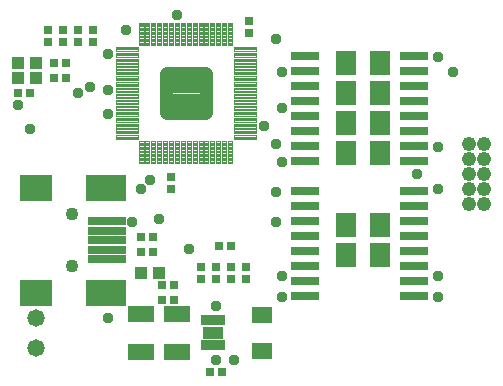
<source format=gts>
G75*
%MOIN*%
%OFA0B0*%
%FSLAX25Y25*%
%IPPOS*%
%LPD*%
%AMOC8*
5,1,8,0,0,1.08239X$1,22.5*
%
%ADD10R,0.03162X0.03162*%
%ADD11R,0.08674X0.05524*%
%ADD12R,0.13005X0.02769*%
%ADD13R,0.10643X0.08674*%
%ADD14R,0.13792X0.08674*%
%ADD15C,0.04343*%
%ADD16R,0.03950X0.03950*%
%ADD17R,0.06706X0.05800*%
%ADD18R,0.07099X0.07898*%
%ADD19R,0.01863X0.03300*%
%ADD20R,0.07099X0.04343*%
%ADD21R,0.09461X0.03162*%
%ADD22C,0.00450*%
%ADD23C,0.04481*%
%ADD24C,0.05800*%
%ADD25C,0.04769*%
%ADD26C,0.03778*%
D10*
X0075804Y0050500D03*
X0079741Y0050500D03*
X0079741Y0055500D03*
X0075804Y0055500D03*
X0095772Y0045469D03*
X0100772Y0045469D03*
X0105772Y0045469D03*
X0105772Y0041531D03*
X0100772Y0041531D03*
X0095772Y0041531D03*
X0086741Y0039500D03*
X0082804Y0039500D03*
X0082804Y0034500D03*
X0086741Y0034500D03*
X0110772Y0041531D03*
X0110772Y0045469D03*
X0105741Y0052500D03*
X0101804Y0052500D03*
X0085772Y0071531D03*
X0085772Y0075469D03*
X0038741Y0103500D03*
X0034804Y0103500D03*
X0046804Y0108500D03*
X0050741Y0108500D03*
X0050741Y0113500D03*
X0046804Y0113500D03*
X0044772Y0120531D03*
X0049772Y0120531D03*
X0049772Y0124469D03*
X0044772Y0124469D03*
X0054772Y0124469D03*
X0059772Y0124469D03*
X0059772Y0120531D03*
X0054772Y0120531D03*
X0111772Y0123531D03*
X0111772Y0127469D03*
X0102741Y0010500D03*
X0098804Y0010500D03*
D11*
X0087772Y0017201D03*
X0075772Y0017201D03*
X0075772Y0029799D03*
X0087772Y0029799D03*
D12*
X0064583Y0048201D03*
X0064583Y0051350D03*
X0064583Y0054500D03*
X0064583Y0057650D03*
X0064583Y0060799D03*
D13*
X0040961Y0072020D03*
X0040961Y0036980D03*
D14*
X0064189Y0036980D03*
X0064189Y0072020D03*
D15*
X0052772Y0063161D03*
X0052772Y0045839D03*
D16*
X0075819Y0043500D03*
X0081725Y0043500D03*
X0040725Y0108500D03*
X0040725Y0113500D03*
X0034819Y0113500D03*
X0034819Y0108500D03*
D17*
X0116297Y0029646D03*
X0116297Y0017646D03*
D18*
X0144174Y0049500D03*
X0155371Y0049500D03*
X0155371Y0059500D03*
X0144174Y0059500D03*
X0144174Y0083500D03*
X0155371Y0083500D03*
X0155371Y0093500D03*
X0144174Y0093500D03*
X0144174Y0103500D03*
X0155371Y0103500D03*
X0155371Y0113500D03*
X0144174Y0113500D03*
D19*
X0102772Y0027697D03*
X0100804Y0027697D03*
X0098835Y0027697D03*
X0096867Y0027697D03*
X0096867Y0019429D03*
X0098835Y0019429D03*
X0100804Y0019429D03*
X0102772Y0019429D03*
D20*
X0099819Y0023563D03*
D21*
X0130662Y0036000D03*
X0130662Y0041000D03*
X0130662Y0046000D03*
X0130662Y0051000D03*
X0130662Y0056000D03*
X0130662Y0061000D03*
X0130662Y0066000D03*
X0130662Y0071000D03*
X0130662Y0081000D03*
X0130662Y0086000D03*
X0130662Y0091000D03*
X0130662Y0096000D03*
X0130662Y0101000D03*
X0130662Y0106000D03*
X0130662Y0111000D03*
X0130662Y0116000D03*
X0166882Y0116000D03*
X0166882Y0111000D03*
X0166882Y0106000D03*
X0166882Y0101000D03*
X0166882Y0096000D03*
X0166882Y0091000D03*
X0166882Y0086000D03*
X0166882Y0081000D03*
X0166882Y0071000D03*
X0166882Y0066000D03*
X0166882Y0061000D03*
X0166882Y0056000D03*
X0166882Y0051000D03*
X0166882Y0046000D03*
X0166882Y0041000D03*
X0166882Y0036000D03*
D22*
X0106211Y0087558D02*
X0104861Y0087558D01*
X0106211Y0087558D02*
X0106211Y0080208D01*
X0104861Y0080208D01*
X0104861Y0087558D01*
X0104861Y0080657D02*
X0106211Y0080657D01*
X0106211Y0081106D02*
X0104861Y0081106D01*
X0104861Y0081555D02*
X0106211Y0081555D01*
X0106211Y0082004D02*
X0104861Y0082004D01*
X0104861Y0082453D02*
X0106211Y0082453D01*
X0106211Y0082902D02*
X0104861Y0082902D01*
X0104861Y0083351D02*
X0106211Y0083351D01*
X0106211Y0083800D02*
X0104861Y0083800D01*
X0104861Y0084249D02*
X0106211Y0084249D01*
X0106211Y0084698D02*
X0104861Y0084698D01*
X0104861Y0085147D02*
X0106211Y0085147D01*
X0106211Y0085596D02*
X0104861Y0085596D01*
X0104861Y0086045D02*
X0106211Y0086045D01*
X0106211Y0086494D02*
X0104861Y0086494D01*
X0104861Y0086943D02*
X0106211Y0086943D01*
X0106211Y0087392D02*
X0104861Y0087392D01*
X0104242Y0087558D02*
X0102892Y0087558D01*
X0104242Y0087558D02*
X0104242Y0080208D01*
X0102892Y0080208D01*
X0102892Y0087558D01*
X0102892Y0080657D02*
X0104242Y0080657D01*
X0104242Y0081106D02*
X0102892Y0081106D01*
X0102892Y0081555D02*
X0104242Y0081555D01*
X0104242Y0082004D02*
X0102892Y0082004D01*
X0102892Y0082453D02*
X0104242Y0082453D01*
X0104242Y0082902D02*
X0102892Y0082902D01*
X0102892Y0083351D02*
X0104242Y0083351D01*
X0104242Y0083800D02*
X0102892Y0083800D01*
X0102892Y0084249D02*
X0104242Y0084249D01*
X0104242Y0084698D02*
X0102892Y0084698D01*
X0102892Y0085147D02*
X0104242Y0085147D01*
X0104242Y0085596D02*
X0102892Y0085596D01*
X0102892Y0086045D02*
X0104242Y0086045D01*
X0104242Y0086494D02*
X0102892Y0086494D01*
X0102892Y0086943D02*
X0104242Y0086943D01*
X0104242Y0087392D02*
X0102892Y0087392D01*
X0102274Y0087558D02*
X0100924Y0087558D01*
X0102274Y0087558D02*
X0102274Y0080208D01*
X0100924Y0080208D01*
X0100924Y0087558D01*
X0100924Y0080657D02*
X0102274Y0080657D01*
X0102274Y0081106D02*
X0100924Y0081106D01*
X0100924Y0081555D02*
X0102274Y0081555D01*
X0102274Y0082004D02*
X0100924Y0082004D01*
X0100924Y0082453D02*
X0102274Y0082453D01*
X0102274Y0082902D02*
X0100924Y0082902D01*
X0100924Y0083351D02*
X0102274Y0083351D01*
X0102274Y0083800D02*
X0100924Y0083800D01*
X0100924Y0084249D02*
X0102274Y0084249D01*
X0102274Y0084698D02*
X0100924Y0084698D01*
X0100924Y0085147D02*
X0102274Y0085147D01*
X0102274Y0085596D02*
X0100924Y0085596D01*
X0100924Y0086045D02*
X0102274Y0086045D01*
X0102274Y0086494D02*
X0100924Y0086494D01*
X0100924Y0086943D02*
X0102274Y0086943D01*
X0102274Y0087392D02*
X0100924Y0087392D01*
X0100305Y0087558D02*
X0098955Y0087558D01*
X0100305Y0087558D02*
X0100305Y0080208D01*
X0098955Y0080208D01*
X0098955Y0087558D01*
X0098955Y0080657D02*
X0100305Y0080657D01*
X0100305Y0081106D02*
X0098955Y0081106D01*
X0098955Y0081555D02*
X0100305Y0081555D01*
X0100305Y0082004D02*
X0098955Y0082004D01*
X0098955Y0082453D02*
X0100305Y0082453D01*
X0100305Y0082902D02*
X0098955Y0082902D01*
X0098955Y0083351D02*
X0100305Y0083351D01*
X0100305Y0083800D02*
X0098955Y0083800D01*
X0098955Y0084249D02*
X0100305Y0084249D01*
X0100305Y0084698D02*
X0098955Y0084698D01*
X0098955Y0085147D02*
X0100305Y0085147D01*
X0100305Y0085596D02*
X0098955Y0085596D01*
X0098955Y0086045D02*
X0100305Y0086045D01*
X0100305Y0086494D02*
X0098955Y0086494D01*
X0098955Y0086943D02*
X0100305Y0086943D01*
X0100305Y0087392D02*
X0098955Y0087392D01*
X0098337Y0087558D02*
X0096987Y0087558D01*
X0098337Y0087558D02*
X0098337Y0080208D01*
X0096987Y0080208D01*
X0096987Y0087558D01*
X0096987Y0080657D02*
X0098337Y0080657D01*
X0098337Y0081106D02*
X0096987Y0081106D01*
X0096987Y0081555D02*
X0098337Y0081555D01*
X0098337Y0082004D02*
X0096987Y0082004D01*
X0096987Y0082453D02*
X0098337Y0082453D01*
X0098337Y0082902D02*
X0096987Y0082902D01*
X0096987Y0083351D02*
X0098337Y0083351D01*
X0098337Y0083800D02*
X0096987Y0083800D01*
X0096987Y0084249D02*
X0098337Y0084249D01*
X0098337Y0084698D02*
X0096987Y0084698D01*
X0096987Y0085147D02*
X0098337Y0085147D01*
X0098337Y0085596D02*
X0096987Y0085596D01*
X0096987Y0086045D02*
X0098337Y0086045D01*
X0098337Y0086494D02*
X0096987Y0086494D01*
X0096987Y0086943D02*
X0098337Y0086943D01*
X0098337Y0087392D02*
X0096987Y0087392D01*
X0096368Y0087558D02*
X0095018Y0087558D01*
X0096368Y0087558D02*
X0096368Y0080208D01*
X0095018Y0080208D01*
X0095018Y0087558D01*
X0095018Y0080657D02*
X0096368Y0080657D01*
X0096368Y0081106D02*
X0095018Y0081106D01*
X0095018Y0081555D02*
X0096368Y0081555D01*
X0096368Y0082004D02*
X0095018Y0082004D01*
X0095018Y0082453D02*
X0096368Y0082453D01*
X0096368Y0082902D02*
X0095018Y0082902D01*
X0095018Y0083351D02*
X0096368Y0083351D01*
X0096368Y0083800D02*
X0095018Y0083800D01*
X0095018Y0084249D02*
X0096368Y0084249D01*
X0096368Y0084698D02*
X0095018Y0084698D01*
X0095018Y0085147D02*
X0096368Y0085147D01*
X0096368Y0085596D02*
X0095018Y0085596D01*
X0095018Y0086045D02*
X0096368Y0086045D01*
X0096368Y0086494D02*
X0095018Y0086494D01*
X0095018Y0086943D02*
X0096368Y0086943D01*
X0096368Y0087392D02*
X0095018Y0087392D01*
X0094400Y0087558D02*
X0093050Y0087558D01*
X0094400Y0087558D02*
X0094400Y0080208D01*
X0093050Y0080208D01*
X0093050Y0087558D01*
X0093050Y0080657D02*
X0094400Y0080657D01*
X0094400Y0081106D02*
X0093050Y0081106D01*
X0093050Y0081555D02*
X0094400Y0081555D01*
X0094400Y0082004D02*
X0093050Y0082004D01*
X0093050Y0082453D02*
X0094400Y0082453D01*
X0094400Y0082902D02*
X0093050Y0082902D01*
X0093050Y0083351D02*
X0094400Y0083351D01*
X0094400Y0083800D02*
X0093050Y0083800D01*
X0093050Y0084249D02*
X0094400Y0084249D01*
X0094400Y0084698D02*
X0093050Y0084698D01*
X0093050Y0085147D02*
X0094400Y0085147D01*
X0094400Y0085596D02*
X0093050Y0085596D01*
X0093050Y0086045D02*
X0094400Y0086045D01*
X0094400Y0086494D02*
X0093050Y0086494D01*
X0093050Y0086943D02*
X0094400Y0086943D01*
X0094400Y0087392D02*
X0093050Y0087392D01*
X0092431Y0087558D02*
X0091081Y0087558D01*
X0092431Y0087558D02*
X0092431Y0080208D01*
X0091081Y0080208D01*
X0091081Y0087558D01*
X0091081Y0080657D02*
X0092431Y0080657D01*
X0092431Y0081106D02*
X0091081Y0081106D01*
X0091081Y0081555D02*
X0092431Y0081555D01*
X0092431Y0082004D02*
X0091081Y0082004D01*
X0091081Y0082453D02*
X0092431Y0082453D01*
X0092431Y0082902D02*
X0091081Y0082902D01*
X0091081Y0083351D02*
X0092431Y0083351D01*
X0092431Y0083800D02*
X0091081Y0083800D01*
X0091081Y0084249D02*
X0092431Y0084249D01*
X0092431Y0084698D02*
X0091081Y0084698D01*
X0091081Y0085147D02*
X0092431Y0085147D01*
X0092431Y0085596D02*
X0091081Y0085596D01*
X0091081Y0086045D02*
X0092431Y0086045D01*
X0092431Y0086494D02*
X0091081Y0086494D01*
X0091081Y0086943D02*
X0092431Y0086943D01*
X0092431Y0087392D02*
X0091081Y0087392D01*
X0090463Y0087558D02*
X0089113Y0087558D01*
X0090463Y0087558D02*
X0090463Y0080208D01*
X0089113Y0080208D01*
X0089113Y0087558D01*
X0089113Y0080657D02*
X0090463Y0080657D01*
X0090463Y0081106D02*
X0089113Y0081106D01*
X0089113Y0081555D02*
X0090463Y0081555D01*
X0090463Y0082004D02*
X0089113Y0082004D01*
X0089113Y0082453D02*
X0090463Y0082453D01*
X0090463Y0082902D02*
X0089113Y0082902D01*
X0089113Y0083351D02*
X0090463Y0083351D01*
X0090463Y0083800D02*
X0089113Y0083800D01*
X0089113Y0084249D02*
X0090463Y0084249D01*
X0090463Y0084698D02*
X0089113Y0084698D01*
X0089113Y0085147D02*
X0090463Y0085147D01*
X0090463Y0085596D02*
X0089113Y0085596D01*
X0089113Y0086045D02*
X0090463Y0086045D01*
X0090463Y0086494D02*
X0089113Y0086494D01*
X0089113Y0086943D02*
X0090463Y0086943D01*
X0090463Y0087392D02*
X0089113Y0087392D01*
X0088494Y0087558D02*
X0087144Y0087558D01*
X0088494Y0087558D02*
X0088494Y0080208D01*
X0087144Y0080208D01*
X0087144Y0087558D01*
X0087144Y0080657D02*
X0088494Y0080657D01*
X0088494Y0081106D02*
X0087144Y0081106D01*
X0087144Y0081555D02*
X0088494Y0081555D01*
X0088494Y0082004D02*
X0087144Y0082004D01*
X0087144Y0082453D02*
X0088494Y0082453D01*
X0088494Y0082902D02*
X0087144Y0082902D01*
X0087144Y0083351D02*
X0088494Y0083351D01*
X0088494Y0083800D02*
X0087144Y0083800D01*
X0087144Y0084249D02*
X0088494Y0084249D01*
X0088494Y0084698D02*
X0087144Y0084698D01*
X0087144Y0085147D02*
X0088494Y0085147D01*
X0088494Y0085596D02*
X0087144Y0085596D01*
X0087144Y0086045D02*
X0088494Y0086045D01*
X0088494Y0086494D02*
X0087144Y0086494D01*
X0087144Y0086943D02*
X0088494Y0086943D01*
X0088494Y0087392D02*
X0087144Y0087392D01*
X0086526Y0087558D02*
X0085176Y0087558D01*
X0086526Y0087558D02*
X0086526Y0080208D01*
X0085176Y0080208D01*
X0085176Y0087558D01*
X0085176Y0080657D02*
X0086526Y0080657D01*
X0086526Y0081106D02*
X0085176Y0081106D01*
X0085176Y0081555D02*
X0086526Y0081555D01*
X0086526Y0082004D02*
X0085176Y0082004D01*
X0085176Y0082453D02*
X0086526Y0082453D01*
X0086526Y0082902D02*
X0085176Y0082902D01*
X0085176Y0083351D02*
X0086526Y0083351D01*
X0086526Y0083800D02*
X0085176Y0083800D01*
X0085176Y0084249D02*
X0086526Y0084249D01*
X0086526Y0084698D02*
X0085176Y0084698D01*
X0085176Y0085147D02*
X0086526Y0085147D01*
X0086526Y0085596D02*
X0085176Y0085596D01*
X0085176Y0086045D02*
X0086526Y0086045D01*
X0086526Y0086494D02*
X0085176Y0086494D01*
X0085176Y0086943D02*
X0086526Y0086943D01*
X0086526Y0087392D02*
X0085176Y0087392D01*
X0084557Y0087558D02*
X0083207Y0087558D01*
X0084557Y0087558D02*
X0084557Y0080208D01*
X0083207Y0080208D01*
X0083207Y0087558D01*
X0083207Y0080657D02*
X0084557Y0080657D01*
X0084557Y0081106D02*
X0083207Y0081106D01*
X0083207Y0081555D02*
X0084557Y0081555D01*
X0084557Y0082004D02*
X0083207Y0082004D01*
X0083207Y0082453D02*
X0084557Y0082453D01*
X0084557Y0082902D02*
X0083207Y0082902D01*
X0083207Y0083351D02*
X0084557Y0083351D01*
X0084557Y0083800D02*
X0083207Y0083800D01*
X0083207Y0084249D02*
X0084557Y0084249D01*
X0084557Y0084698D02*
X0083207Y0084698D01*
X0083207Y0085147D02*
X0084557Y0085147D01*
X0084557Y0085596D02*
X0083207Y0085596D01*
X0083207Y0086045D02*
X0084557Y0086045D01*
X0084557Y0086494D02*
X0083207Y0086494D01*
X0083207Y0086943D02*
X0084557Y0086943D01*
X0084557Y0087392D02*
X0083207Y0087392D01*
X0082589Y0087558D02*
X0081239Y0087558D01*
X0082589Y0087558D02*
X0082589Y0080208D01*
X0081239Y0080208D01*
X0081239Y0087558D01*
X0081239Y0080657D02*
X0082589Y0080657D01*
X0082589Y0081106D02*
X0081239Y0081106D01*
X0081239Y0081555D02*
X0082589Y0081555D01*
X0082589Y0082004D02*
X0081239Y0082004D01*
X0081239Y0082453D02*
X0082589Y0082453D01*
X0082589Y0082902D02*
X0081239Y0082902D01*
X0081239Y0083351D02*
X0082589Y0083351D01*
X0082589Y0083800D02*
X0081239Y0083800D01*
X0081239Y0084249D02*
X0082589Y0084249D01*
X0082589Y0084698D02*
X0081239Y0084698D01*
X0081239Y0085147D02*
X0082589Y0085147D01*
X0082589Y0085596D02*
X0081239Y0085596D01*
X0081239Y0086045D02*
X0082589Y0086045D01*
X0082589Y0086494D02*
X0081239Y0086494D01*
X0081239Y0086943D02*
X0082589Y0086943D01*
X0082589Y0087392D02*
X0081239Y0087392D01*
X0080620Y0087558D02*
X0079270Y0087558D01*
X0080620Y0087558D02*
X0080620Y0080208D01*
X0079270Y0080208D01*
X0079270Y0087558D01*
X0079270Y0080657D02*
X0080620Y0080657D01*
X0080620Y0081106D02*
X0079270Y0081106D01*
X0079270Y0081555D02*
X0080620Y0081555D01*
X0080620Y0082004D02*
X0079270Y0082004D01*
X0079270Y0082453D02*
X0080620Y0082453D01*
X0080620Y0082902D02*
X0079270Y0082902D01*
X0079270Y0083351D02*
X0080620Y0083351D01*
X0080620Y0083800D02*
X0079270Y0083800D01*
X0079270Y0084249D02*
X0080620Y0084249D01*
X0080620Y0084698D02*
X0079270Y0084698D01*
X0079270Y0085147D02*
X0080620Y0085147D01*
X0080620Y0085596D02*
X0079270Y0085596D01*
X0079270Y0086045D02*
X0080620Y0086045D01*
X0080620Y0086494D02*
X0079270Y0086494D01*
X0079270Y0086943D02*
X0080620Y0086943D01*
X0080620Y0087392D02*
X0079270Y0087392D01*
X0078652Y0087558D02*
X0077302Y0087558D01*
X0078652Y0087558D02*
X0078652Y0080208D01*
X0077302Y0080208D01*
X0077302Y0087558D01*
X0077302Y0080657D02*
X0078652Y0080657D01*
X0078652Y0081106D02*
X0077302Y0081106D01*
X0077302Y0081555D02*
X0078652Y0081555D01*
X0078652Y0082004D02*
X0077302Y0082004D01*
X0077302Y0082453D02*
X0078652Y0082453D01*
X0078652Y0082902D02*
X0077302Y0082902D01*
X0077302Y0083351D02*
X0078652Y0083351D01*
X0078652Y0083800D02*
X0077302Y0083800D01*
X0077302Y0084249D02*
X0078652Y0084249D01*
X0078652Y0084698D02*
X0077302Y0084698D01*
X0077302Y0085147D02*
X0078652Y0085147D01*
X0078652Y0085596D02*
X0077302Y0085596D01*
X0077302Y0086045D02*
X0078652Y0086045D01*
X0078652Y0086494D02*
X0077302Y0086494D01*
X0077302Y0086943D02*
X0078652Y0086943D01*
X0078652Y0087392D02*
X0077302Y0087392D01*
X0076683Y0087558D02*
X0075333Y0087558D01*
X0076683Y0087558D02*
X0076683Y0080208D01*
X0075333Y0080208D01*
X0075333Y0087558D01*
X0075333Y0080657D02*
X0076683Y0080657D01*
X0076683Y0081106D02*
X0075333Y0081106D01*
X0075333Y0081555D02*
X0076683Y0081555D01*
X0076683Y0082004D02*
X0075333Y0082004D01*
X0075333Y0082453D02*
X0076683Y0082453D01*
X0076683Y0082902D02*
X0075333Y0082902D01*
X0075333Y0083351D02*
X0076683Y0083351D01*
X0076683Y0083800D02*
X0075333Y0083800D01*
X0075333Y0084249D02*
X0076683Y0084249D01*
X0076683Y0084698D02*
X0075333Y0084698D01*
X0075333Y0085147D02*
X0076683Y0085147D01*
X0076683Y0085596D02*
X0075333Y0085596D01*
X0075333Y0086045D02*
X0076683Y0086045D01*
X0076683Y0086494D02*
X0075333Y0086494D01*
X0075333Y0086943D02*
X0076683Y0086943D01*
X0076683Y0087392D02*
X0075333Y0087392D01*
X0074831Y0088061D02*
X0074831Y0089411D01*
X0074831Y0088061D02*
X0067481Y0088061D01*
X0067481Y0089411D01*
X0074831Y0089411D01*
X0074831Y0088510D02*
X0067481Y0088510D01*
X0067481Y0088959D02*
X0074831Y0088959D01*
X0074831Y0089408D02*
X0067481Y0089408D01*
X0074831Y0090030D02*
X0074831Y0091380D01*
X0074831Y0090030D02*
X0067481Y0090030D01*
X0067481Y0091380D01*
X0074831Y0091380D01*
X0074831Y0090479D02*
X0067481Y0090479D01*
X0067481Y0090928D02*
X0074831Y0090928D01*
X0074831Y0091377D02*
X0067481Y0091377D01*
X0074831Y0091998D02*
X0074831Y0093348D01*
X0074831Y0091998D02*
X0067481Y0091998D01*
X0067481Y0093348D01*
X0074831Y0093348D01*
X0074831Y0092447D02*
X0067481Y0092447D01*
X0067481Y0092896D02*
X0074831Y0092896D01*
X0074831Y0093345D02*
X0067481Y0093345D01*
X0074831Y0093967D02*
X0074831Y0095317D01*
X0074831Y0093967D02*
X0067481Y0093967D01*
X0067481Y0095317D01*
X0074831Y0095317D01*
X0074831Y0094416D02*
X0067481Y0094416D01*
X0067481Y0094865D02*
X0074831Y0094865D01*
X0074831Y0095314D02*
X0067481Y0095314D01*
X0074831Y0095935D02*
X0074831Y0097285D01*
X0074831Y0095935D02*
X0067481Y0095935D01*
X0067481Y0097285D01*
X0074831Y0097285D01*
X0074831Y0096384D02*
X0067481Y0096384D01*
X0067481Y0096833D02*
X0074831Y0096833D01*
X0074831Y0097282D02*
X0067481Y0097282D01*
X0074831Y0097904D02*
X0074831Y0099254D01*
X0074831Y0097904D02*
X0067481Y0097904D01*
X0067481Y0099254D01*
X0074831Y0099254D01*
X0074831Y0098353D02*
X0067481Y0098353D01*
X0067481Y0098802D02*
X0074831Y0098802D01*
X0074831Y0099251D02*
X0067481Y0099251D01*
X0074831Y0099872D02*
X0074831Y0101222D01*
X0074831Y0099872D02*
X0067481Y0099872D01*
X0067481Y0101222D01*
X0074831Y0101222D01*
X0074831Y0100321D02*
X0067481Y0100321D01*
X0067481Y0100770D02*
X0074831Y0100770D01*
X0074831Y0101219D02*
X0067481Y0101219D01*
X0074831Y0101841D02*
X0074831Y0103191D01*
X0074831Y0101841D02*
X0067481Y0101841D01*
X0067481Y0103191D01*
X0074831Y0103191D01*
X0074831Y0102290D02*
X0067481Y0102290D01*
X0067481Y0102739D02*
X0074831Y0102739D01*
X0074831Y0103188D02*
X0067481Y0103188D01*
X0074831Y0103809D02*
X0074831Y0105159D01*
X0074831Y0103809D02*
X0067481Y0103809D01*
X0067481Y0105159D01*
X0074831Y0105159D01*
X0074831Y0104258D02*
X0067481Y0104258D01*
X0067481Y0104707D02*
X0074831Y0104707D01*
X0074831Y0105156D02*
X0067481Y0105156D01*
X0074831Y0105778D02*
X0074831Y0107128D01*
X0074831Y0105778D02*
X0067481Y0105778D01*
X0067481Y0107128D01*
X0074831Y0107128D01*
X0074831Y0106227D02*
X0067481Y0106227D01*
X0067481Y0106676D02*
X0074831Y0106676D01*
X0074831Y0107125D02*
X0067481Y0107125D01*
X0074831Y0107746D02*
X0074831Y0109096D01*
X0074831Y0107746D02*
X0067481Y0107746D01*
X0067481Y0109096D01*
X0074831Y0109096D01*
X0074831Y0108195D02*
X0067481Y0108195D01*
X0067481Y0108644D02*
X0074831Y0108644D01*
X0074831Y0109093D02*
X0067481Y0109093D01*
X0074831Y0109715D02*
X0074831Y0111065D01*
X0074831Y0109715D02*
X0067481Y0109715D01*
X0067481Y0111065D01*
X0074831Y0111065D01*
X0074831Y0110164D02*
X0067481Y0110164D01*
X0067481Y0110613D02*
X0074831Y0110613D01*
X0074831Y0111062D02*
X0067481Y0111062D01*
X0074831Y0111683D02*
X0074831Y0113033D01*
X0074831Y0111683D02*
X0067481Y0111683D01*
X0067481Y0113033D01*
X0074831Y0113033D01*
X0074831Y0112132D02*
X0067481Y0112132D01*
X0067481Y0112581D02*
X0074831Y0112581D01*
X0074831Y0113030D02*
X0067481Y0113030D01*
X0074831Y0113652D02*
X0074831Y0115002D01*
X0074831Y0113652D02*
X0067481Y0113652D01*
X0067481Y0115002D01*
X0074831Y0115002D01*
X0074831Y0114101D02*
X0067481Y0114101D01*
X0067481Y0114550D02*
X0074831Y0114550D01*
X0074831Y0114999D02*
X0067481Y0114999D01*
X0074831Y0115620D02*
X0074831Y0116970D01*
X0074831Y0115620D02*
X0067481Y0115620D01*
X0067481Y0116970D01*
X0074831Y0116970D01*
X0074831Y0116069D02*
X0067481Y0116069D01*
X0067481Y0116518D02*
X0074831Y0116518D01*
X0074831Y0116967D02*
X0067481Y0116967D01*
X0074831Y0117589D02*
X0074831Y0118939D01*
X0074831Y0117589D02*
X0067481Y0117589D01*
X0067481Y0118939D01*
X0074831Y0118939D01*
X0074831Y0118038D02*
X0067481Y0118038D01*
X0067481Y0118487D02*
X0074831Y0118487D01*
X0074831Y0118936D02*
X0067481Y0118936D01*
X0075333Y0119442D02*
X0076683Y0119442D01*
X0075333Y0119442D02*
X0075333Y0126792D01*
X0076683Y0126792D01*
X0076683Y0119442D01*
X0076683Y0119891D02*
X0075333Y0119891D01*
X0075333Y0120340D02*
X0076683Y0120340D01*
X0076683Y0120789D02*
X0075333Y0120789D01*
X0075333Y0121238D02*
X0076683Y0121238D01*
X0076683Y0121687D02*
X0075333Y0121687D01*
X0075333Y0122136D02*
X0076683Y0122136D01*
X0076683Y0122585D02*
X0075333Y0122585D01*
X0075333Y0123034D02*
X0076683Y0123034D01*
X0076683Y0123483D02*
X0075333Y0123483D01*
X0075333Y0123932D02*
X0076683Y0123932D01*
X0076683Y0124381D02*
X0075333Y0124381D01*
X0075333Y0124830D02*
X0076683Y0124830D01*
X0076683Y0125279D02*
X0075333Y0125279D01*
X0075333Y0125728D02*
X0076683Y0125728D01*
X0076683Y0126177D02*
X0075333Y0126177D01*
X0075333Y0126626D02*
X0076683Y0126626D01*
X0077302Y0119442D02*
X0078652Y0119442D01*
X0077302Y0119442D02*
X0077302Y0126792D01*
X0078652Y0126792D01*
X0078652Y0119442D01*
X0078652Y0119891D02*
X0077302Y0119891D01*
X0077302Y0120340D02*
X0078652Y0120340D01*
X0078652Y0120789D02*
X0077302Y0120789D01*
X0077302Y0121238D02*
X0078652Y0121238D01*
X0078652Y0121687D02*
X0077302Y0121687D01*
X0077302Y0122136D02*
X0078652Y0122136D01*
X0078652Y0122585D02*
X0077302Y0122585D01*
X0077302Y0123034D02*
X0078652Y0123034D01*
X0078652Y0123483D02*
X0077302Y0123483D01*
X0077302Y0123932D02*
X0078652Y0123932D01*
X0078652Y0124381D02*
X0077302Y0124381D01*
X0077302Y0124830D02*
X0078652Y0124830D01*
X0078652Y0125279D02*
X0077302Y0125279D01*
X0077302Y0125728D02*
X0078652Y0125728D01*
X0078652Y0126177D02*
X0077302Y0126177D01*
X0077302Y0126626D02*
X0078652Y0126626D01*
X0079270Y0119442D02*
X0080620Y0119442D01*
X0079270Y0119442D02*
X0079270Y0126792D01*
X0080620Y0126792D01*
X0080620Y0119442D01*
X0080620Y0119891D02*
X0079270Y0119891D01*
X0079270Y0120340D02*
X0080620Y0120340D01*
X0080620Y0120789D02*
X0079270Y0120789D01*
X0079270Y0121238D02*
X0080620Y0121238D01*
X0080620Y0121687D02*
X0079270Y0121687D01*
X0079270Y0122136D02*
X0080620Y0122136D01*
X0080620Y0122585D02*
X0079270Y0122585D01*
X0079270Y0123034D02*
X0080620Y0123034D01*
X0080620Y0123483D02*
X0079270Y0123483D01*
X0079270Y0123932D02*
X0080620Y0123932D01*
X0080620Y0124381D02*
X0079270Y0124381D01*
X0079270Y0124830D02*
X0080620Y0124830D01*
X0080620Y0125279D02*
X0079270Y0125279D01*
X0079270Y0125728D02*
X0080620Y0125728D01*
X0080620Y0126177D02*
X0079270Y0126177D01*
X0079270Y0126626D02*
X0080620Y0126626D01*
X0081239Y0119442D02*
X0082589Y0119442D01*
X0081239Y0119442D02*
X0081239Y0126792D01*
X0082589Y0126792D01*
X0082589Y0119442D01*
X0082589Y0119891D02*
X0081239Y0119891D01*
X0081239Y0120340D02*
X0082589Y0120340D01*
X0082589Y0120789D02*
X0081239Y0120789D01*
X0081239Y0121238D02*
X0082589Y0121238D01*
X0082589Y0121687D02*
X0081239Y0121687D01*
X0081239Y0122136D02*
X0082589Y0122136D01*
X0082589Y0122585D02*
X0081239Y0122585D01*
X0081239Y0123034D02*
X0082589Y0123034D01*
X0082589Y0123483D02*
X0081239Y0123483D01*
X0081239Y0123932D02*
X0082589Y0123932D01*
X0082589Y0124381D02*
X0081239Y0124381D01*
X0081239Y0124830D02*
X0082589Y0124830D01*
X0082589Y0125279D02*
X0081239Y0125279D01*
X0081239Y0125728D02*
X0082589Y0125728D01*
X0082589Y0126177D02*
X0081239Y0126177D01*
X0081239Y0126626D02*
X0082589Y0126626D01*
X0083207Y0119442D02*
X0084557Y0119442D01*
X0083207Y0119442D02*
X0083207Y0126792D01*
X0084557Y0126792D01*
X0084557Y0119442D01*
X0084557Y0119891D02*
X0083207Y0119891D01*
X0083207Y0120340D02*
X0084557Y0120340D01*
X0084557Y0120789D02*
X0083207Y0120789D01*
X0083207Y0121238D02*
X0084557Y0121238D01*
X0084557Y0121687D02*
X0083207Y0121687D01*
X0083207Y0122136D02*
X0084557Y0122136D01*
X0084557Y0122585D02*
X0083207Y0122585D01*
X0083207Y0123034D02*
X0084557Y0123034D01*
X0084557Y0123483D02*
X0083207Y0123483D01*
X0083207Y0123932D02*
X0084557Y0123932D01*
X0084557Y0124381D02*
X0083207Y0124381D01*
X0083207Y0124830D02*
X0084557Y0124830D01*
X0084557Y0125279D02*
X0083207Y0125279D01*
X0083207Y0125728D02*
X0084557Y0125728D01*
X0084557Y0126177D02*
X0083207Y0126177D01*
X0083207Y0126626D02*
X0084557Y0126626D01*
X0085176Y0119442D02*
X0086526Y0119442D01*
X0085176Y0119442D02*
X0085176Y0126792D01*
X0086526Y0126792D01*
X0086526Y0119442D01*
X0086526Y0119891D02*
X0085176Y0119891D01*
X0085176Y0120340D02*
X0086526Y0120340D01*
X0086526Y0120789D02*
X0085176Y0120789D01*
X0085176Y0121238D02*
X0086526Y0121238D01*
X0086526Y0121687D02*
X0085176Y0121687D01*
X0085176Y0122136D02*
X0086526Y0122136D01*
X0086526Y0122585D02*
X0085176Y0122585D01*
X0085176Y0123034D02*
X0086526Y0123034D01*
X0086526Y0123483D02*
X0085176Y0123483D01*
X0085176Y0123932D02*
X0086526Y0123932D01*
X0086526Y0124381D02*
X0085176Y0124381D01*
X0085176Y0124830D02*
X0086526Y0124830D01*
X0086526Y0125279D02*
X0085176Y0125279D01*
X0085176Y0125728D02*
X0086526Y0125728D01*
X0086526Y0126177D02*
X0085176Y0126177D01*
X0085176Y0126626D02*
X0086526Y0126626D01*
X0087144Y0119442D02*
X0088494Y0119442D01*
X0087144Y0119442D02*
X0087144Y0126792D01*
X0088494Y0126792D01*
X0088494Y0119442D01*
X0088494Y0119891D02*
X0087144Y0119891D01*
X0087144Y0120340D02*
X0088494Y0120340D01*
X0088494Y0120789D02*
X0087144Y0120789D01*
X0087144Y0121238D02*
X0088494Y0121238D01*
X0088494Y0121687D02*
X0087144Y0121687D01*
X0087144Y0122136D02*
X0088494Y0122136D01*
X0088494Y0122585D02*
X0087144Y0122585D01*
X0087144Y0123034D02*
X0088494Y0123034D01*
X0088494Y0123483D02*
X0087144Y0123483D01*
X0087144Y0123932D02*
X0088494Y0123932D01*
X0088494Y0124381D02*
X0087144Y0124381D01*
X0087144Y0124830D02*
X0088494Y0124830D01*
X0088494Y0125279D02*
X0087144Y0125279D01*
X0087144Y0125728D02*
X0088494Y0125728D01*
X0088494Y0126177D02*
X0087144Y0126177D01*
X0087144Y0126626D02*
X0088494Y0126626D01*
X0089113Y0119442D02*
X0090463Y0119442D01*
X0089113Y0119442D02*
X0089113Y0126792D01*
X0090463Y0126792D01*
X0090463Y0119442D01*
X0090463Y0119891D02*
X0089113Y0119891D01*
X0089113Y0120340D02*
X0090463Y0120340D01*
X0090463Y0120789D02*
X0089113Y0120789D01*
X0089113Y0121238D02*
X0090463Y0121238D01*
X0090463Y0121687D02*
X0089113Y0121687D01*
X0089113Y0122136D02*
X0090463Y0122136D01*
X0090463Y0122585D02*
X0089113Y0122585D01*
X0089113Y0123034D02*
X0090463Y0123034D01*
X0090463Y0123483D02*
X0089113Y0123483D01*
X0089113Y0123932D02*
X0090463Y0123932D01*
X0090463Y0124381D02*
X0089113Y0124381D01*
X0089113Y0124830D02*
X0090463Y0124830D01*
X0090463Y0125279D02*
X0089113Y0125279D01*
X0089113Y0125728D02*
X0090463Y0125728D01*
X0090463Y0126177D02*
X0089113Y0126177D01*
X0089113Y0126626D02*
X0090463Y0126626D01*
X0091081Y0119442D02*
X0092431Y0119442D01*
X0091081Y0119442D02*
X0091081Y0126792D01*
X0092431Y0126792D01*
X0092431Y0119442D01*
X0092431Y0119891D02*
X0091081Y0119891D01*
X0091081Y0120340D02*
X0092431Y0120340D01*
X0092431Y0120789D02*
X0091081Y0120789D01*
X0091081Y0121238D02*
X0092431Y0121238D01*
X0092431Y0121687D02*
X0091081Y0121687D01*
X0091081Y0122136D02*
X0092431Y0122136D01*
X0092431Y0122585D02*
X0091081Y0122585D01*
X0091081Y0123034D02*
X0092431Y0123034D01*
X0092431Y0123483D02*
X0091081Y0123483D01*
X0091081Y0123932D02*
X0092431Y0123932D01*
X0092431Y0124381D02*
X0091081Y0124381D01*
X0091081Y0124830D02*
X0092431Y0124830D01*
X0092431Y0125279D02*
X0091081Y0125279D01*
X0091081Y0125728D02*
X0092431Y0125728D01*
X0092431Y0126177D02*
X0091081Y0126177D01*
X0091081Y0126626D02*
X0092431Y0126626D01*
X0093050Y0119442D02*
X0094400Y0119442D01*
X0093050Y0119442D02*
X0093050Y0126792D01*
X0094400Y0126792D01*
X0094400Y0119442D01*
X0094400Y0119891D02*
X0093050Y0119891D01*
X0093050Y0120340D02*
X0094400Y0120340D01*
X0094400Y0120789D02*
X0093050Y0120789D01*
X0093050Y0121238D02*
X0094400Y0121238D01*
X0094400Y0121687D02*
X0093050Y0121687D01*
X0093050Y0122136D02*
X0094400Y0122136D01*
X0094400Y0122585D02*
X0093050Y0122585D01*
X0093050Y0123034D02*
X0094400Y0123034D01*
X0094400Y0123483D02*
X0093050Y0123483D01*
X0093050Y0123932D02*
X0094400Y0123932D01*
X0094400Y0124381D02*
X0093050Y0124381D01*
X0093050Y0124830D02*
X0094400Y0124830D01*
X0094400Y0125279D02*
X0093050Y0125279D01*
X0093050Y0125728D02*
X0094400Y0125728D01*
X0094400Y0126177D02*
X0093050Y0126177D01*
X0093050Y0126626D02*
X0094400Y0126626D01*
X0095018Y0119442D02*
X0096368Y0119442D01*
X0095018Y0119442D02*
X0095018Y0126792D01*
X0096368Y0126792D01*
X0096368Y0119442D01*
X0096368Y0119891D02*
X0095018Y0119891D01*
X0095018Y0120340D02*
X0096368Y0120340D01*
X0096368Y0120789D02*
X0095018Y0120789D01*
X0095018Y0121238D02*
X0096368Y0121238D01*
X0096368Y0121687D02*
X0095018Y0121687D01*
X0095018Y0122136D02*
X0096368Y0122136D01*
X0096368Y0122585D02*
X0095018Y0122585D01*
X0095018Y0123034D02*
X0096368Y0123034D01*
X0096368Y0123483D02*
X0095018Y0123483D01*
X0095018Y0123932D02*
X0096368Y0123932D01*
X0096368Y0124381D02*
X0095018Y0124381D01*
X0095018Y0124830D02*
X0096368Y0124830D01*
X0096368Y0125279D02*
X0095018Y0125279D01*
X0095018Y0125728D02*
X0096368Y0125728D01*
X0096368Y0126177D02*
X0095018Y0126177D01*
X0095018Y0126626D02*
X0096368Y0126626D01*
X0096987Y0119442D02*
X0098337Y0119442D01*
X0096987Y0119442D02*
X0096987Y0126792D01*
X0098337Y0126792D01*
X0098337Y0119442D01*
X0098337Y0119891D02*
X0096987Y0119891D01*
X0096987Y0120340D02*
X0098337Y0120340D01*
X0098337Y0120789D02*
X0096987Y0120789D01*
X0096987Y0121238D02*
X0098337Y0121238D01*
X0098337Y0121687D02*
X0096987Y0121687D01*
X0096987Y0122136D02*
X0098337Y0122136D01*
X0098337Y0122585D02*
X0096987Y0122585D01*
X0096987Y0123034D02*
X0098337Y0123034D01*
X0098337Y0123483D02*
X0096987Y0123483D01*
X0096987Y0123932D02*
X0098337Y0123932D01*
X0098337Y0124381D02*
X0096987Y0124381D01*
X0096987Y0124830D02*
X0098337Y0124830D01*
X0098337Y0125279D02*
X0096987Y0125279D01*
X0096987Y0125728D02*
X0098337Y0125728D01*
X0098337Y0126177D02*
X0096987Y0126177D01*
X0096987Y0126626D02*
X0098337Y0126626D01*
X0098955Y0119442D02*
X0100305Y0119442D01*
X0098955Y0119442D02*
X0098955Y0126792D01*
X0100305Y0126792D01*
X0100305Y0119442D01*
X0100305Y0119891D02*
X0098955Y0119891D01*
X0098955Y0120340D02*
X0100305Y0120340D01*
X0100305Y0120789D02*
X0098955Y0120789D01*
X0098955Y0121238D02*
X0100305Y0121238D01*
X0100305Y0121687D02*
X0098955Y0121687D01*
X0098955Y0122136D02*
X0100305Y0122136D01*
X0100305Y0122585D02*
X0098955Y0122585D01*
X0098955Y0123034D02*
X0100305Y0123034D01*
X0100305Y0123483D02*
X0098955Y0123483D01*
X0098955Y0123932D02*
X0100305Y0123932D01*
X0100305Y0124381D02*
X0098955Y0124381D01*
X0098955Y0124830D02*
X0100305Y0124830D01*
X0100305Y0125279D02*
X0098955Y0125279D01*
X0098955Y0125728D02*
X0100305Y0125728D01*
X0100305Y0126177D02*
X0098955Y0126177D01*
X0098955Y0126626D02*
X0100305Y0126626D01*
X0100924Y0119442D02*
X0102274Y0119442D01*
X0100924Y0119442D02*
X0100924Y0126792D01*
X0102274Y0126792D01*
X0102274Y0119442D01*
X0102274Y0119891D02*
X0100924Y0119891D01*
X0100924Y0120340D02*
X0102274Y0120340D01*
X0102274Y0120789D02*
X0100924Y0120789D01*
X0100924Y0121238D02*
X0102274Y0121238D01*
X0102274Y0121687D02*
X0100924Y0121687D01*
X0100924Y0122136D02*
X0102274Y0122136D01*
X0102274Y0122585D02*
X0100924Y0122585D01*
X0100924Y0123034D02*
X0102274Y0123034D01*
X0102274Y0123483D02*
X0100924Y0123483D01*
X0100924Y0123932D02*
X0102274Y0123932D01*
X0102274Y0124381D02*
X0100924Y0124381D01*
X0100924Y0124830D02*
X0102274Y0124830D01*
X0102274Y0125279D02*
X0100924Y0125279D01*
X0100924Y0125728D02*
X0102274Y0125728D01*
X0102274Y0126177D02*
X0100924Y0126177D01*
X0100924Y0126626D02*
X0102274Y0126626D01*
X0102892Y0119442D02*
X0104242Y0119442D01*
X0102892Y0119442D02*
X0102892Y0126792D01*
X0104242Y0126792D01*
X0104242Y0119442D01*
X0104242Y0119891D02*
X0102892Y0119891D01*
X0102892Y0120340D02*
X0104242Y0120340D01*
X0104242Y0120789D02*
X0102892Y0120789D01*
X0102892Y0121238D02*
X0104242Y0121238D01*
X0104242Y0121687D02*
X0102892Y0121687D01*
X0102892Y0122136D02*
X0104242Y0122136D01*
X0104242Y0122585D02*
X0102892Y0122585D01*
X0102892Y0123034D02*
X0104242Y0123034D01*
X0104242Y0123483D02*
X0102892Y0123483D01*
X0102892Y0123932D02*
X0104242Y0123932D01*
X0104242Y0124381D02*
X0102892Y0124381D01*
X0102892Y0124830D02*
X0104242Y0124830D01*
X0104242Y0125279D02*
X0102892Y0125279D01*
X0102892Y0125728D02*
X0104242Y0125728D01*
X0104242Y0126177D02*
X0102892Y0126177D01*
X0102892Y0126626D02*
X0104242Y0126626D01*
X0104861Y0119442D02*
X0106211Y0119442D01*
X0104861Y0119442D02*
X0104861Y0126792D01*
X0106211Y0126792D01*
X0106211Y0119442D01*
X0106211Y0119891D02*
X0104861Y0119891D01*
X0104861Y0120340D02*
X0106211Y0120340D01*
X0106211Y0120789D02*
X0104861Y0120789D01*
X0104861Y0121238D02*
X0106211Y0121238D01*
X0106211Y0121687D02*
X0104861Y0121687D01*
X0104861Y0122136D02*
X0106211Y0122136D01*
X0106211Y0122585D02*
X0104861Y0122585D01*
X0104861Y0123034D02*
X0106211Y0123034D01*
X0106211Y0123483D02*
X0104861Y0123483D01*
X0104861Y0123932D02*
X0106211Y0123932D01*
X0106211Y0124381D02*
X0104861Y0124381D01*
X0104861Y0124830D02*
X0106211Y0124830D01*
X0106211Y0125279D02*
X0104861Y0125279D01*
X0104861Y0125728D02*
X0106211Y0125728D01*
X0106211Y0126177D02*
X0104861Y0126177D01*
X0104861Y0126626D02*
X0106211Y0126626D01*
X0106714Y0118939D02*
X0106714Y0117589D01*
X0106714Y0118939D02*
X0114064Y0118939D01*
X0114064Y0117589D01*
X0106714Y0117589D01*
X0106714Y0118038D02*
X0114064Y0118038D01*
X0114064Y0118487D02*
X0106714Y0118487D01*
X0106714Y0118936D02*
X0114064Y0118936D01*
X0106714Y0116970D02*
X0106714Y0115620D01*
X0106714Y0116970D02*
X0114064Y0116970D01*
X0114064Y0115620D01*
X0106714Y0115620D01*
X0106714Y0116069D02*
X0114064Y0116069D01*
X0114064Y0116518D02*
X0106714Y0116518D01*
X0106714Y0116967D02*
X0114064Y0116967D01*
X0106714Y0115002D02*
X0106714Y0113652D01*
X0106714Y0115002D02*
X0114064Y0115002D01*
X0114064Y0113652D01*
X0106714Y0113652D01*
X0106714Y0114101D02*
X0114064Y0114101D01*
X0114064Y0114550D02*
X0106714Y0114550D01*
X0106714Y0114999D02*
X0114064Y0114999D01*
X0106714Y0113033D02*
X0106714Y0111683D01*
X0106714Y0113033D02*
X0114064Y0113033D01*
X0114064Y0111683D01*
X0106714Y0111683D01*
X0106714Y0112132D02*
X0114064Y0112132D01*
X0114064Y0112581D02*
X0106714Y0112581D01*
X0106714Y0113030D02*
X0114064Y0113030D01*
X0106714Y0111065D02*
X0106714Y0109715D01*
X0106714Y0111065D02*
X0114064Y0111065D01*
X0114064Y0109715D01*
X0106714Y0109715D01*
X0106714Y0110164D02*
X0114064Y0110164D01*
X0114064Y0110613D02*
X0106714Y0110613D01*
X0106714Y0111062D02*
X0114064Y0111062D01*
X0106714Y0109096D02*
X0106714Y0107746D01*
X0106714Y0109096D02*
X0114064Y0109096D01*
X0114064Y0107746D01*
X0106714Y0107746D01*
X0106714Y0108195D02*
X0114064Y0108195D01*
X0114064Y0108644D02*
X0106714Y0108644D01*
X0106714Y0109093D02*
X0114064Y0109093D01*
X0106714Y0107128D02*
X0106714Y0105778D01*
X0106714Y0107128D02*
X0114064Y0107128D01*
X0114064Y0105778D01*
X0106714Y0105778D01*
X0106714Y0106227D02*
X0114064Y0106227D01*
X0114064Y0106676D02*
X0106714Y0106676D01*
X0106714Y0107125D02*
X0114064Y0107125D01*
X0106714Y0105159D02*
X0106714Y0103809D01*
X0106714Y0105159D02*
X0114064Y0105159D01*
X0114064Y0103809D01*
X0106714Y0103809D01*
X0106714Y0104258D02*
X0114064Y0104258D01*
X0114064Y0104707D02*
X0106714Y0104707D01*
X0106714Y0105156D02*
X0114064Y0105156D01*
X0106714Y0103191D02*
X0106714Y0101841D01*
X0106714Y0103191D02*
X0114064Y0103191D01*
X0114064Y0101841D01*
X0106714Y0101841D01*
X0106714Y0102290D02*
X0114064Y0102290D01*
X0114064Y0102739D02*
X0106714Y0102739D01*
X0106714Y0103188D02*
X0114064Y0103188D01*
X0106714Y0101222D02*
X0106714Y0099872D01*
X0106714Y0101222D02*
X0114064Y0101222D01*
X0114064Y0099872D01*
X0106714Y0099872D01*
X0106714Y0100321D02*
X0114064Y0100321D01*
X0114064Y0100770D02*
X0106714Y0100770D01*
X0106714Y0101219D02*
X0114064Y0101219D01*
X0106714Y0099254D02*
X0106714Y0097904D01*
X0106714Y0099254D02*
X0114064Y0099254D01*
X0114064Y0097904D01*
X0106714Y0097904D01*
X0106714Y0098353D02*
X0114064Y0098353D01*
X0114064Y0098802D02*
X0106714Y0098802D01*
X0106714Y0099251D02*
X0114064Y0099251D01*
X0106714Y0097285D02*
X0106714Y0095935D01*
X0106714Y0097285D02*
X0114064Y0097285D01*
X0114064Y0095935D01*
X0106714Y0095935D01*
X0106714Y0096384D02*
X0114064Y0096384D01*
X0114064Y0096833D02*
X0106714Y0096833D01*
X0106714Y0097282D02*
X0114064Y0097282D01*
X0106714Y0095317D02*
X0106714Y0093967D01*
X0106714Y0095317D02*
X0114064Y0095317D01*
X0114064Y0093967D01*
X0106714Y0093967D01*
X0106714Y0094416D02*
X0114064Y0094416D01*
X0114064Y0094865D02*
X0106714Y0094865D01*
X0106714Y0095314D02*
X0114064Y0095314D01*
X0106714Y0093348D02*
X0106714Y0091998D01*
X0106714Y0093348D02*
X0114064Y0093348D01*
X0114064Y0091998D01*
X0106714Y0091998D01*
X0106714Y0092447D02*
X0114064Y0092447D01*
X0114064Y0092896D02*
X0106714Y0092896D01*
X0106714Y0093345D02*
X0114064Y0093345D01*
X0106714Y0091380D02*
X0106714Y0090030D01*
X0106714Y0091380D02*
X0114064Y0091380D01*
X0114064Y0090030D01*
X0106714Y0090030D01*
X0106714Y0090479D02*
X0114064Y0090479D01*
X0114064Y0090928D02*
X0106714Y0090928D01*
X0106714Y0091377D02*
X0114064Y0091377D01*
X0106714Y0089411D02*
X0106714Y0088061D01*
X0106714Y0089411D02*
X0114064Y0089411D01*
X0114064Y0088061D01*
X0106714Y0088061D01*
X0106714Y0088510D02*
X0114064Y0088510D01*
X0114064Y0088959D02*
X0106714Y0088959D01*
X0106714Y0089408D02*
X0114064Y0089408D01*
D23*
X0097495Y0096777D02*
X0097495Y0110223D01*
X0097495Y0096777D02*
X0084049Y0096777D01*
X0084049Y0110223D01*
X0097495Y0110223D01*
X0097495Y0101257D02*
X0084049Y0101257D01*
X0084049Y0105737D02*
X0097495Y0105737D01*
X0097495Y0110217D02*
X0084049Y0110217D01*
D24*
X0040772Y0018500D03*
X0040772Y0028500D03*
D25*
X0185233Y0066598D03*
X0190233Y0066598D03*
X0190233Y0071598D03*
X0185233Y0071598D03*
X0185233Y0076598D03*
X0190233Y0076598D03*
X0190233Y0081598D03*
X0185233Y0081598D03*
X0185233Y0086598D03*
X0190233Y0086598D03*
D26*
X0174772Y0085500D03*
X0167772Y0076500D03*
X0174772Y0071500D03*
X0174772Y0042500D03*
X0174772Y0035500D03*
X0122772Y0035500D03*
X0122772Y0042500D03*
X0100772Y0032500D03*
X0100772Y0014500D03*
X0106772Y0014500D03*
X0064772Y0028500D03*
X0091772Y0051500D03*
X0081772Y0061500D03*
X0072772Y0060500D03*
X0075772Y0071500D03*
X0078772Y0074500D03*
X0064772Y0096500D03*
X0054772Y0103500D03*
X0058772Y0105500D03*
X0064772Y0104500D03*
X0064772Y0116500D03*
X0070772Y0124500D03*
X0087772Y0129500D03*
X0120772Y0121500D03*
X0122772Y0110500D03*
X0122772Y0098500D03*
X0116772Y0092500D03*
X0120772Y0086500D03*
X0122772Y0080500D03*
X0120772Y0070500D03*
X0120772Y0060500D03*
X0179772Y0110500D03*
X0174772Y0115500D03*
X0038772Y0091500D03*
X0034772Y0099500D03*
M02*

</source>
